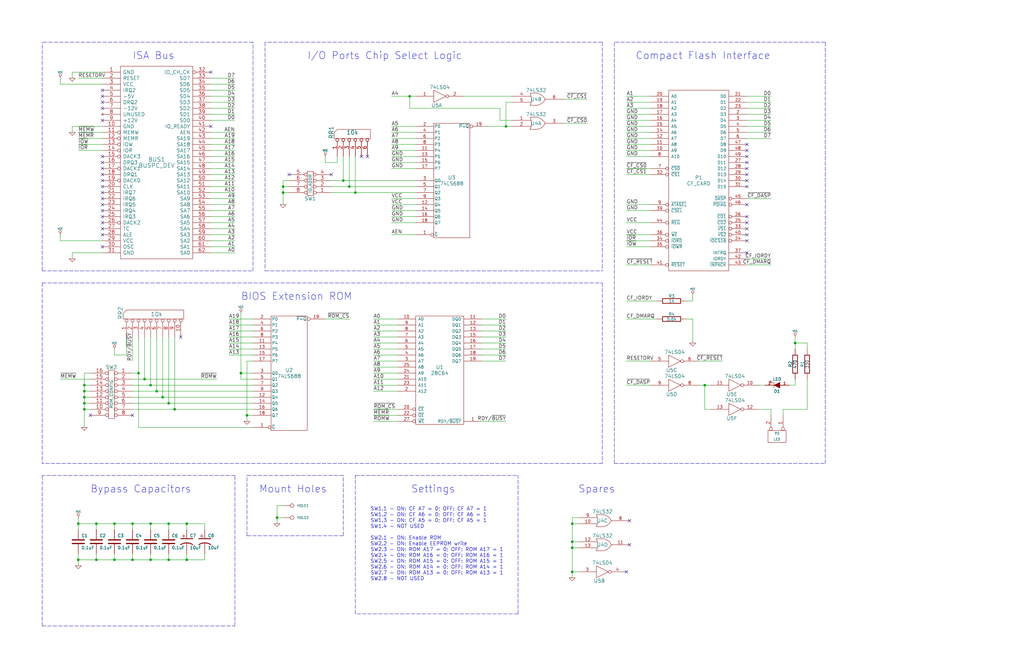
<source format=kicad_sch>
(kicad_sch (version 20230121) (generator eeschema)
  (paper "User" 431.8 279.4)
  (title_block (title "Sergey's XT (C) 2010 Sergey Kiselev, GNU Free Documentation License (GFDL)") (date "15 feb 2013"))
  (junction (at 63.5 162.56))
  (junction (at 68.58 167.64))
  (junction (at 58.42 157.48))
  (junction (at 241.3 231.14))
  (junction (at 78.74 220.98))
  (junction (at 73.66 172.72))
  (junction (at 213.36 53.34))
  (junction (at 48.26 236.22))
  (junction (at 335.28 144.78))
  (junction (at 35.56 167.64))
  (junction (at 101.6 157.48))
  (junction (at 55.88 236.22))
  (junction (at 297.18 162.56))
  (junction (at 116.84 218.44))
  (junction (at 147.32 78.74))
  (junction (at 55.88 220.98))
  (junction (at 144.78 76.2))
  (junction (at 35.56 170.18))
  (junction (at 71.12 220.98))
  (junction (at 40.64 220.98))
  (junction (at 71.12 170.18))
  (junction (at 63.5 220.98))
  (junction (at 40.64 236.22))
  (junction (at 60.96 160.02))
  (junction (at 78.74 236.22))
  (junction (at 35.56 165.1))
  (junction (at 71.12 236.22))
  (junction (at 149.86 81.28))
  (junction (at 119.38 81.28))
  (junction (at 33.02 220.98))
  (junction (at 119.38 78.74))
  (junction (at 104.14 175.26))
  (junction (at 48.26 220.98))
  (junction (at 63.5 236.22))
  (junction (at 35.56 162.56))
  (junction (at 241.3 228.6))
  (junction (at 241.3 241.3))
  (junction (at 66.04 165.1))
  (junction (at 241.3 220.98))
  (junction (at 33.02 236.22))
  (junction (at 172.72 40.64))
  (junction (at 35.56 172.72))
  (no_connect (at 43.18 91.44))
  (no_connect (at 43.18 104.14))
  (no_connect (at 152.4 66.04))
  (no_connect (at 314.96 76.2))
  (no_connect (at 314.96 78.74))
  (no_connect (at 43.18 78.74))
  (no_connect (at 43.18 96.52))
  (no_connect (at 43.18 38.1))
  (no_connect (at 43.18 40.64))
  (no_connect (at 43.18 71.12))
  (no_connect (at 43.18 83.82))
  (no_connect (at 43.18 93.98))
  (no_connect (at 43.18 86.36))
  (no_connect (at 154.94 66.04))
  (no_connect (at 43.18 50.8))
  (no_connect (at 43.18 43.18))
  (no_connect (at 43.18 45.72))
  (no_connect (at 314.96 71.12))
  (no_connect (at 43.18 68.58))
  (no_connect (at 43.18 73.66))
  (no_connect (at 38.1 175.26))
  (no_connect (at 314.96 96.52))
  (no_connect (at 314.96 63.5))
  (no_connect (at 314.96 73.66))
  (no_connect (at 314.96 106.68))
  (no_connect (at 314.96 101.6))
  (no_connect (at 43.18 76.2))
  (no_connect (at 314.96 99.06))
  (no_connect (at 264.16 241.3))
  (no_connect (at 265.43 219.71))
  (no_connect (at 139.7 73.66))
  (no_connect (at 265.43 229.87))
  (no_connect (at 43.18 66.04))
  (no_connect (at 314.96 68.58))
  (no_connect (at 314.96 60.96))
  (no_connect (at 314.96 91.44))
  (no_connect (at 314.96 86.36))
  (no_connect (at 43.18 88.9))
  (no_connect (at 55.88 175.26))
  (no_connect (at 88.9 30.48))
  (no_connect (at 43.18 81.28))
  (no_connect (at 121.92 73.66))
  (no_connect (at 314.96 66.04))
  (no_connect (at 88.9 53.34))
  (no_connect (at 314.96 93.98))
  (no_connect (at 43.18 99.06))
  (no_connect (at 76.2 142.24))
  (wire (pts (xy 292.1 127) (xy 289.56 127)))
  (wire (pts (xy 167.64 177.8) (xy 157.48 177.8)))
  (wire (pts (xy 264.16 111.76) (xy 274.32 111.76)))
  (wire (pts (xy 241.3 241.3) (xy 241.3 243.84)))
  (polyline (pts (xy 254 195.58) (xy 17.78 195.58)) (stroke (width 0) (type dash)))
  (wire (pts (xy 40.64 220.98) (xy 40.64 223.52)))
  (wire (pts (xy 274.32 63.5) (xy 264.16 63.5)))
  (wire (pts (xy 314.96 109.22) (xy 325.12 109.22)))
  (polyline (pts (xy 17.78 264.16) (xy 17.78 200.66)) (stroke (width 0) (type dash)))
  (polyline (pts (xy 17.78 119.38) (xy 17.78 195.58)) (stroke (width 0) (type dash)))
  (wire (pts (xy 274.32 58.42) (xy 264.16 58.42)))
  (wire (pts (xy 139.7 81.28) (xy 149.86 81.28)))
  (wire (pts (xy 99.06 55.88) (xy 88.9 55.88)))
  (wire (pts (xy 213.36 53.34) (xy 213.36 43.18)))
  (wire (pts (xy 142.24 68.58) (xy 137.16 68.58)))
  (wire (pts (xy 71.12 170.18) (xy 55.88 170.18)))
  (wire (pts (xy 213.36 53.34) (xy 215.9 53.34)))
  (wire (pts (xy 30.48 106.68) (xy 30.48 109.22)))
  (wire (pts (xy 167.64 165.1) (xy 157.48 165.1)))
  (wire (pts (xy 175.26 83.82) (xy 165.1 83.82)))
  (wire (pts (xy 274.32 73.66) (xy 264.16 73.66)))
  (wire (pts (xy 30.48 30.48) (xy 30.48 33.02)))
  (wire (pts (xy 55.88 220.98) (xy 55.88 223.52)))
  (wire (pts (xy 106.68 137.16) (xy 96.52 137.16)))
  (wire (pts (xy 68.58 142.24) (xy 68.58 167.64)))
  (wire (pts (xy 116.84 213.36) (xy 116.84 218.44)))
  (wire (pts (xy 335.28 144.78) (xy 335.28 147.32)))
  (wire (pts (xy 86.36 220.98) (xy 86.36 223.52)))
  (wire (pts (xy 144.78 76.2) (xy 175.26 76.2)))
  (wire (pts (xy 88.9 63.5) (xy 99.06 63.5)))
  (wire (pts (xy 88.9 35.56) (xy 99.06 35.56)))
  (wire (pts (xy 137.16 134.62) (xy 147.32 134.62)))
  (wire (pts (xy 175.26 93.98) (xy 165.1 93.98)))
  (wire (pts (xy 237.49 52.07) (xy 247.65 52.07)))
  (wire (pts (xy 43.18 58.42) (xy 33.02 58.42)))
  (wire (pts (xy 88.9 106.68) (xy 99.06 106.68)))
  (wire (pts (xy 203.2 152.4) (xy 213.36 152.4)))
  (wire (pts (xy 175.26 60.96) (xy 165.1 60.96)))
  (wire (pts (xy 88.9 33.02) (xy 99.06 33.02)))
  (wire (pts (xy 35.56 162.56) (xy 35.56 157.48)))
  (wire (pts (xy 71.12 142.24) (xy 71.12 170.18)))
  (wire (pts (xy 63.5 236.22) (xy 55.88 236.22)))
  (polyline (pts (xy 99.06 200.66) (xy 17.78 200.66)) (stroke (width 0) (type dash)))
  (wire (pts (xy 147.32 78.74) (xy 175.26 78.74)))
  (wire (pts (xy 106.68 142.24) (xy 96.52 142.24)))
  (wire (pts (xy 167.64 154.94) (xy 157.48 154.94)))
  (wire (pts (xy 149.86 81.28) (xy 175.26 81.28)))
  (wire (pts (xy 274.32 43.18) (xy 264.16 43.18)))
  (wire (pts (xy 88.9 88.9) (xy 99.06 88.9)))
  (wire (pts (xy 35.56 167.64) (xy 35.56 165.1)))
  (polyline (pts (xy 254 17.78) (xy 111.76 17.78)) (stroke (width 0) (type dash)))
  (wire (pts (xy 297.18 162.56) (xy 297.18 172.72)))
  (wire (pts (xy 314.96 50.8) (xy 325.12 50.8)))
  (wire (pts (xy 314.96 40.64) (xy 325.12 40.64)))
  (wire (pts (xy 33.02 238.76) (xy 33.02 236.22)))
  (wire (pts (xy 175.26 66.04) (xy 165.1 66.04)))
  (wire (pts (xy 167.64 160.02) (xy 157.48 160.02)))
  (wire (pts (xy 274.32 104.14) (xy 264.16 104.14)))
  (wire (pts (xy 144.78 66.04) (xy 144.78 76.2)))
  (wire (pts (xy 294.64 152.4) (xy 304.8 152.4)))
  (wire (pts (xy 88.9 101.6) (xy 99.06 101.6)))
  (wire (pts (xy 60.96 160.02) (xy 91.44 160.02)))
  (wire (pts (xy 35.56 167.64) (xy 38.1 167.64)))
  (wire (pts (xy 274.32 93.98) (xy 264.16 93.98)))
  (wire (pts (xy 73.66 172.72) (xy 55.88 172.72)))
  (wire (pts (xy 175.26 55.88) (xy 165.1 55.88)))
  (wire (pts (xy 48.26 149.86) (xy 48.26 147.32)))
  (wire (pts (xy 78.74 220.98) (xy 86.36 220.98)))
  (wire (pts (xy 106.68 149.86) (xy 96.52 149.86)))
  (wire (pts (xy 175.26 88.9) (xy 165.1 88.9)))
  (wire (pts (xy 172.72 40.64) (xy 165.1 40.64)))
  (wire (pts (xy 210.82 45.72) (xy 210.82 50.8)))
  (wire (pts (xy 116.84 218.44) (xy 116.84 220.98)))
  (wire (pts (xy 203.2 147.32) (xy 213.36 147.32)))
  (wire (pts (xy 53.34 149.86) (xy 48.26 149.86)))
  (polyline (pts (xy 111.76 114.3) (xy 254 114.3)) (stroke (width 0) (type dash)))
  (wire (pts (xy 40.64 236.22) (xy 33.02 236.22)))
  (wire (pts (xy 53.34 142.24) (xy 53.34 149.86)))
  (wire (pts (xy 119.38 213.36) (xy 116.84 213.36)))
  (wire (pts (xy 38.1 160.02) (xy 25.4 160.02)))
  (wire (pts (xy 43.18 30.48) (xy 30.48 30.48)))
  (wire (pts (xy 203.2 144.78) (xy 213.36 144.78)))
  (wire (pts (xy 58.42 180.34) (xy 106.68 180.34)))
  (wire (pts (xy 88.9 50.8) (xy 99.06 50.8)))
  (polyline (pts (xy 254 17.78) (xy 254 114.3)) (stroke (width 0) (type dash)))
  (wire (pts (xy 175.26 71.12) (xy 165.1 71.12)))
  (polyline (pts (xy 144.78 200.66) (xy 104.14 200.66)) (stroke (width 0) (type dash)))
  (wire (pts (xy 175.26 40.64) (xy 172.72 40.64)))
  (wire (pts (xy 203.2 134.62) (xy 213.36 134.62)))
  (polyline (pts (xy 254 119.38) (xy 254 195.58)) (stroke (width 0) (type dash)))
  (wire (pts (xy 106.68 134.62) (xy 96.52 134.62)))
  (wire (pts (xy 274.32 86.36) (xy 264.16 86.36)))
  (wire (pts (xy 243.84 231.14) (xy 241.3 231.14)))
  (wire (pts (xy 88.9 83.82) (xy 99.06 83.82)))
  (wire (pts (xy 314.96 53.34) (xy 325.12 53.34)))
  (wire (pts (xy 195.58 40.64) (xy 215.9 40.64)))
  (wire (pts (xy 78.74 223.52) (xy 78.74 220.98)))
  (wire (pts (xy 71.12 236.22) (xy 71.12 233.68)))
  (wire (pts (xy 43.18 55.88) (xy 33.02 55.88)))
  (wire (pts (xy 106.68 139.7) (xy 96.52 139.7)))
  (wire (pts (xy 335.28 160.02) (xy 335.28 162.56)))
  (wire (pts (xy 274.32 55.88) (xy 264.16 55.88)))
  (wire (pts (xy 88.9 71.12) (xy 99.06 71.12)))
  (wire (pts (xy 149.86 66.04) (xy 149.86 81.28)))
  (wire (pts (xy 340.36 172.72) (xy 340.36 160.02)))
  (wire (pts (xy 33.02 236.22) (xy 33.02 233.68)))
  (wire (pts (xy 35.56 165.1) (xy 35.56 162.56)))
  (wire (pts (xy 55.88 165.1) (xy 66.04 165.1)))
  (wire (pts (xy 274.32 48.26) (xy 264.16 48.26)))
  (wire (pts (xy 119.38 76.2) (xy 121.92 76.2)))
  (wire (pts (xy 119.38 81.28) (xy 119.38 78.74)))
  (wire (pts (xy 58.42 157.48) (xy 58.42 180.34)))
  (wire (pts (xy 25.4 35.56) (xy 43.18 35.56)))
  (wire (pts (xy 167.64 157.48) (xy 157.48 157.48)))
  (wire (pts (xy 335.28 162.56) (xy 332.74 162.56)))
  (wire (pts (xy 167.64 137.16) (xy 157.48 137.16)))
  (wire (pts (xy 119.38 86.36) (xy 119.38 81.28)))
  (wire (pts (xy 314.96 55.88) (xy 325.12 55.88)))
  (wire (pts (xy 147.32 66.04) (xy 147.32 78.74)))
  (wire (pts (xy 88.9 78.74) (xy 99.06 78.74)))
  (wire (pts (xy 86.36 236.22) (xy 78.74 236.22)))
  (wire (pts (xy 121.92 78.74) (xy 119.38 78.74)))
  (wire (pts (xy 78.74 236.22) (xy 78.74 233.68)))
  (wire (pts (xy 241.3 218.44) (xy 241.3 220.98)))
  (wire (pts (xy 35.56 157.48) (xy 38.1 157.48)))
  (wire (pts (xy 274.32 101.6) (xy 264.16 101.6)))
  (wire (pts (xy 167.64 149.86) (xy 157.48 149.86)))
  (wire (pts (xy 274.32 66.04) (xy 264.16 66.04)))
  (polyline (pts (xy 106.68 17.78) (xy 17.78 17.78)) (stroke (width 0) (type dash)))
  (wire (pts (xy 175.26 99.06) (xy 165.1 99.06)))
  (wire (pts (xy 274.32 152.4) (xy 264.16 152.4)))
  (wire (pts (xy 175.26 63.5) (xy 165.1 63.5)))
  (wire (pts (xy 88.9 99.06) (xy 99.06 99.06)))
  (wire (pts (xy 71.12 220.98) (xy 71.12 223.52)))
  (polyline (pts (xy 347.98 195.58) (xy 347.98 17.78)) (stroke (width 0) (type dash)))
  (polyline (pts (xy 104.14 226.06) (xy 104.14 200.66)) (stroke (width 0) (type dash)))
  (wire (pts (xy 55.88 162.56) (xy 63.5 162.56)))
  (wire (pts (xy 43.18 33.02) (xy 33.02 33.02)))
  (wire (pts (xy 167.64 144.78) (xy 157.48 144.78)))
  (wire (pts (xy 274.32 60.96) (xy 264.16 60.96)))
  (wire (pts (xy 314.96 58.42) (xy 325.12 58.42)))
  (wire (pts (xy 104.14 175.26) (xy 104.14 177.8)))
  (wire (pts (xy 38.1 165.1) (xy 35.56 165.1)))
  (wire (pts (xy 68.58 167.64) (xy 55.88 167.64)))
  (wire (pts (xy 33.02 223.52) (xy 33.02 220.98)))
  (polyline (pts (xy 259.08 195.58) (xy 259.08 17.78)) (stroke (width 0) (type dash)))
  (wire (pts (xy 167.64 152.4) (xy 157.48 152.4)))
  (polyline (pts (xy 144.78 226.06) (xy 144.78 200.66)) (stroke (width 0) (type dash)))
  (polyline (pts (xy 218.44 259.08) (xy 218.44 200.66)) (stroke (width 0) (type dash)))
  (wire (pts (xy 25.4 101.6) (xy 43.18 101.6)))
  (wire (pts (xy 104.14 152.4) (xy 104.14 175.26)))
  (wire (pts (xy 58.42 142.24) (xy 58.42 157.48)))
  (wire (pts (xy 88.9 73.66) (xy 99.06 73.66)))
  (wire (pts (xy 137.16 68.58) (xy 137.16 66.04)))
  (wire (pts (xy 276.86 127) (xy 264.16 127)))
  (wire (pts (xy 43.18 63.5) (xy 33.02 63.5)))
  (wire (pts (xy 86.36 233.68) (xy 86.36 236.22)))
  (wire (pts (xy 88.9 91.44) (xy 99.06 91.44)))
  (polyline (pts (xy 259.08 195.58) (xy 347.98 195.58)) (stroke (width 0) (type dash)))
  (wire (pts (xy 241.3 231.14) (xy 241.3 241.3)))
  (wire (pts (xy 63.5 142.24) (xy 63.5 162.56)))
  (wire (pts (xy 330.2 172.72) (xy 340.36 172.72)))
  (wire (pts (xy 175.26 91.44) (xy 165.1 91.44)))
  (wire (pts (xy 203.2 137.16) (xy 213.36 137.16)))
  (wire (pts (xy 63.5 236.22) (xy 63.5 233.68)))
  (wire (pts (xy 139.7 76.2) (xy 144.78 76.2)))
  (wire (pts (xy 335.28 142.24) (xy 335.28 144.78)))
  (wire (pts (xy 237.49 41.91) (xy 247.65 41.91)))
  (polyline (pts (xy 111.76 17.78) (xy 111.76 114.3)) (stroke (width 0) (type dash)))
  (wire (pts (xy 106.68 157.48) (xy 101.6 157.48)))
  (wire (pts (xy 55.88 236.22) (xy 55.88 233.68)))
  (wire (pts (xy 25.4 33.02) (xy 25.4 35.56)))
  (wire (pts (xy 119.38 218.44) (xy 116.84 218.44)))
  (polyline (pts (xy 347.98 17.78) (xy 259.08 17.78)) (stroke (width 0) (type dash)))
  (wire (pts (xy 299.72 162.56) (xy 297.18 162.56)))
  (wire (pts (xy 241.3 220.98) (xy 241.3 228.6)))
  (wire (pts (xy 274.32 99.06) (xy 264.16 99.06)))
  (wire (pts (xy 314.96 83.82) (xy 325.12 83.82)))
  (wire (pts (xy 35.56 180.34) (xy 35.56 172.72)))
  (wire (pts (xy 33.02 220.98) (xy 33.02 218.44)))
  (polyline (pts (xy 106.68 114.3) (xy 106.68 17.78)) (stroke (width 0) (type dash)))
  (wire (pts (xy 274.32 53.34) (xy 264.16 53.34)))
  (wire (pts (xy 101.6 157.48) (xy 101.6 160.02)))
  (wire (pts (xy 88.9 40.64) (xy 99.06 40.64)))
  (wire (pts (xy 314.96 111.76) (xy 325.12 111.76)))
  (wire (pts (xy 48.26 236.22) (xy 40.64 236.22)))
  (wire (pts (xy 274.32 88.9) (xy 264.16 88.9)))
  (wire (pts (xy 276.86 134.62) (xy 264.16 134.62)))
  (wire (pts (xy 101.6 160.02) (xy 106.68 160.02)))
  (wire (pts (xy 48.26 220.98) (xy 48.26 223.52)))
  (polyline (pts (xy 17.78 264.16) (xy 99.06 264.16)) (stroke (width 0) (type dash)))
  (wire (pts (xy 30.48 55.88) (xy 30.48 53.34)))
  (wire (pts (xy 274.32 71.12) (xy 264.16 71.12)))
  (wire (pts (xy 63.5 220.98) (xy 71.12 220.98)))
  (wire (pts (xy 88.9 38.1) (xy 99.06 38.1)))
  (wire (pts (xy 55.88 236.22) (xy 48.26 236.22)))
  (wire (pts (xy 88.9 58.42) (xy 99.06 58.42)))
  (wire (pts (xy 55.88 220.98) (xy 63.5 220.98)))
  (wire (pts (xy 330.2 172.72) (xy 330.2 175.26)))
  (wire (pts (xy 88.9 60.96) (xy 99.06 60.96)))
  (wire (pts (xy 48.26 220.98) (xy 55.88 220.98)))
  (wire (pts (xy 213.36 43.18) (xy 215.9 43.18)))
  (wire (pts (xy 60.96 142.24) (xy 60.96 160.02)))
  (wire (pts (xy 289.56 134.62) (xy 292.1 134.62)))
  (wire (pts (xy 48.26 236.22) (xy 48.26 233.68)))
  (wire (pts (xy 88.9 81.28) (xy 99.06 81.28)))
  (wire (pts (xy 203.2 177.8) (xy 213.36 177.8)))
  (wire (pts (xy 35.56 162.56) (xy 38.1 162.56)))
  (wire (pts (xy 101.6 132.08) (xy 101.6 157.48)))
  (wire (pts (xy 175.26 58.42) (xy 165.1 58.42)))
  (wire (pts (xy 35.56 170.18) (xy 35.56 167.64)))
  (wire (pts (xy 119.38 78.74) (xy 119.38 76.2)))
  (polyline (pts (xy 218.44 259.08) (xy 149.86 259.08)) (stroke (width 0) (type dash)))
  (wire (pts (xy 203.2 139.7) (xy 213.36 139.7)))
  (wire (pts (xy 292.1 124.46) (xy 292.1 127)))
  (wire (pts (xy 106.68 152.4) (xy 104.14 152.4)))
  (wire (pts (xy 167.64 147.32) (xy 157.48 147.32)))
  (wire (pts (xy 167.64 172.72) (xy 157.48 172.72)))
  (wire (pts (xy 175.26 68.58) (xy 165.1 68.58)))
  (wire (pts (xy 106.68 172.72) (xy 73.66 172.72)))
  (wire (pts (xy 121.92 81.28) (xy 119.38 81.28)))
  (wire (pts (xy 274.32 45.72) (xy 264.16 45.72)))
  (wire (pts (xy 71.12 220.98) (xy 78.74 220.98)))
  (wire (pts (xy 96.52 147.32) (xy 106.68 147.32)))
  (wire (pts (xy 167.64 162.56) (xy 157.48 162.56)))
  (wire (pts (xy 241.3 228.6) (xy 243.84 228.6)))
  (wire (pts (xy 142.24 66.04) (xy 142.24 68.58)))
  (wire (pts (xy 88.9 66.04) (xy 99.06 66.04)))
  (wire (pts (xy 33.02 220.98) (xy 40.64 220.98)))
  (wire (pts (xy 172.72 40.64) (xy 172.72 45.72)))
  (wire (pts (xy 175.26 53.34) (xy 165.1 53.34)))
  (wire (pts (xy 43.18 60.96) (xy 33.02 60.96)))
  (wire (pts (xy 40.64 220.98) (xy 48.26 220.98)))
  (wire (pts (xy 55.88 142.24) (xy 55.88 152.4)))
  (wire (pts (xy 55.88 157.48) (xy 58.42 157.48)))
  (wire (pts (xy 167.64 139.7) (xy 157.48 139.7)))
  (wire (pts (xy 88.9 76.2) (xy 99.06 76.2)))
  (wire (pts (xy 274.32 40.64) (xy 264.16 40.64)))
  (wire (pts (xy 335.28 144.78) (xy 340.36 144.78)))
  (wire (pts (xy 325.12 172.72) (xy 320.04 172.72)))
  (wire (pts (xy 172.72 45.72) (xy 210.82 45.72)))
  (polyline (pts (xy 149.86 200.66) (xy 218.44 200.66)) (stroke (width 0) (type dash)))
  (wire (pts (xy 210.82 50.8) (xy 215.9 50.8)))
  (wire (pts (xy 88.9 96.52) (xy 99.06 96.52)))
  (wire (pts (xy 340.36 144.78) (xy 340.36 147.32)))
  (polyline (pts (xy 99.06 264.16) (xy 99.06 200.66)) (stroke (width 0) (type dash)))
  (polyline (pts (xy 17.78 119.38) (xy 254 119.38)) (stroke (width 0) (type dash)))
  (wire (pts (xy 25.4 99.06) (xy 25.4 101.6)))
  (polyline (pts (xy 17.78 114.3) (xy 106.68 114.3)) (stroke (width 0) (type dash)))
  (wire (pts (xy 297.18 162.56) (xy 294.64 162.56)))
  (wire (pts (xy 320.04 162.56) (xy 322.58 162.56)))
  (wire (pts (xy 167.64 134.62) (xy 157.48 134.62)))
  (wire (pts (xy 297.18 172.72) (xy 299.72 172.72)))
  (wire (pts (xy 325.12 175.26) (xy 325.12 172.72)))
  (wire (pts (xy 139.7 78.74) (xy 147.32 78.74)))
  (wire (pts (xy 63.5 220.98) (xy 63.5 223.52)))
  (wire (pts (xy 63.5 162.56) (xy 106.68 162.56)))
  (wire (pts (xy 167.64 142.24) (xy 157.48 142.24)))
  (wire (pts (xy 106.68 175.26) (xy 104.14 175.26)))
  (wire (pts (xy 88.9 48.26) (xy 99.06 48.26)))
  (wire (pts (xy 66.04 142.24) (xy 66.04 165.1)))
  (wire (pts (xy 88.9 45.72) (xy 99.06 45.72)))
  (wire (pts (xy 35.56 170.18) (xy 38.1 170.18)))
  (wire (pts (xy 106.68 170.18) (xy 71.12 170.18)))
  (wire (pts (xy 175.26 86.36) (xy 165.1 86.36)))
  (wire (pts (xy 314.96 45.72) (xy 325.12 45.72)))
  (wire (pts (xy 40.64 233.68) (xy 40.64 236.22)))
  (wire (pts (xy 243.84 218.44) (xy 241.3 218.44)))
  (wire (pts (xy 73.66 142.24) (xy 73.66 172.72)))
  (wire (pts (xy 203.2 149.86) (xy 213.36 149.86)))
  (wire (pts (xy 55.88 160.02) (xy 60.96 160.02)))
  (wire (pts (xy 203.2 142.24) (xy 213.36 142.24)))
  (wire (pts (xy 88.9 104.14) (xy 99.06 104.14)))
  (wire (pts (xy 274.32 50.8) (xy 264.16 50.8)))
  (polyline (pts (xy 149.86 259.08) (xy 149.86 200.66)) (stroke (width 0) (type dash)))
  (wire (pts (xy 314.96 43.18) (xy 325.12 43.18)))
  (wire (pts (xy 35.56 172.72) (xy 38.1 172.72)))
  (wire (pts (xy 35.56 172.72) (xy 35.56 170.18)))
  (wire (pts (xy 314.96 48.26) (xy 325.12 48.26)))
  (wire (pts (xy 106.68 167.64) (xy 68.58 167.64)))
  (polyline (pts (xy 17.78 114.3) (xy 17.78 17.78)) (stroke (width 0) (type dash)))
  (wire (pts (xy 106.68 144.78) (xy 96.52 144.78)))
  (wire (pts (xy 71.12 236.22) (xy 63.5 236.22)))
  (wire (pts (xy 43.18 106.68) (xy 30.48 106.68)))
  (wire (pts (xy 30.48 53.34) (xy 43.18 53.34)))
  (wire (pts (xy 264.16 162.56) (xy 274.32 162.56)))
  (polyline (pts (xy 104.14 226.06) (xy 144.78 226.06)) (stroke (width 0) (type dash)))
  (wire (pts (xy 88.9 68.58) (xy 99.06 68.58)))
  (wire (pts (xy 78.74 236.22) (xy 71.12 236.22)))
  (wire (pts (xy 205.74 53.34) (xy 213.36 53.34)))
  (wire (pts (xy 292.1 134.62) (xy 292.1 144.78)))
  (wire (pts (xy 167.64 175.26) (xy 157.48 175.26)))
  (wire (pts (xy 241.3 228.6) (xy 241.3 231.14)))
  (wire (pts (xy 241.3 241.3) (xy 243.84 241.3)))
  (wire (pts (xy 241.3 220.98) (xy 243.84 220.98)))
  (wire (pts (xy 66.04 165.1) (xy 106.68 165.1)))
  (wire (pts (xy 88.9 86.36) (xy 99.06 86.36)))
  (wire (pts (xy 88.9 93.98) (xy 99.06 93.98)))
  (wire (pts (xy 88.9 43.18) (xy 99.06 43.18)))
  (text "SW1.1 - ON: CF A7 = 0; OFF: CF A7 = 1\nSW1.2 - ON: CF A6 = 0; OFF: CF A6 = 1 \nSW1.3 - ON: CF A5 = 0; OFF: CF A5 = 1\nSW1.4 - NOT USED\n\nSW2.1 - ON: Enable ROM\nSW2.2 - ON: Enable EEPROM write\nSW2.3 - ON: ROM A17 = 0; OFF: ROM A17 = 1\nSW2.4 - ON: ROM A16 = 0; OFF: ROM A16 = 1\nSW2.5 - ON: ROM A15 = 0; OFF: ROM A15 = 1\nSW2.6 - ON: ROM A14 = 0; OFF: ROM A14 = 1\nSW2.7 - ON: ROM A13 = 0; OFF: ROM A13 = 1\nSW2.8 - NOT USED\n\n" (at 156.21 247.65 0) (effects (font (size 1.524 1.524)) (justify left bottom)))
  (text "Bypass Capacitors" (at 38.1 208.28 0) (effects (font (size 3.048 3.048)) (justify left bottom)))
  (text "ISA Bus" (at 55.88 25.4 0) (effects (font (size 3.048 3.048)) (justify left bottom)))
  (text "Mount Holes" (at 109.22 208.28 0) (effects (font (size 3.048 3.048)) (justify left bottom)))
  (text "BIOS Extension ROM" (at 101.6 127 0) (effects (font (size 3.048 3.048)) (justify left bottom)))
  (text "I/O Ports Chip Select Logic" (at 129.54 25.4 0) (effects (font (size 3.048 3.048)) (justify left bottom)))
  (text "Compact Flash Interface" (at 267.97 25.4 0) (effects (font (size 3.048 3.048)) (justify left bottom)))
  (text "Spares" (at 243.84 208.28 0) (effects (font (size 3.048 3.048)) (justify left bottom)))
  (text "Settings" (at 173.355 208.28 0) (effects (font (size 3.048 3.048)) (justify left bottom)))
  (label "~{IOR}" (at 33.02 63.5 0) (effects (font (size 1.524 1.524))))
  (label "VCC" (at 264.16 99.06 0) (effects (font (size 1.524 1.524))))
  (label "A16" (at 99.06 66.04 180) (effects (font (size 1.524 1.524))))
  (label "A19" (at 99.06 58.42 180) (effects (font (size 1.524 1.524))))
  (label "~{MEMW}" (at 33.02 55.88 0) (effects (font (size 1.524 1.524))))
  (label "A4" (at 99.06 96.52 180) (effects (font (size 1.524 1.524))))
  (label "~{ROMW}" (at 91.44 160.02 180) (effects (font (size 1.524 1.524))))
  (label "GND" (at 165.1 88.9 0) (effects (font (size 1.524 1.524))))
  (label "CF_IORDY" (at 264.16 127 0) (effects (font (size 1.524 1.524))))
  (label "~{ROMW}" (at 157.48 177.8 0) (effects (font (size 1.524 1.524))))
  (label "A16" (at 96.52 142.24 0) (effects (font (size 1.524 1.524))))
  (label "GND" (at 165.1 66.04 0) (effects (font (size 1.524 1.524))))
  (label "A19" (at 96.52 134.62 0) (effects (font (size 1.524 1.524))))
  (label "D6" (at 99.06 35.56 180) (effects (font (size 1.524 1.524))))
  (label "AEN" (at 165.1 99.06 0) (effects (font (size 1.524 1.524))))
  (label "~{IOW}" (at 33.02 60.96 0) (effects (font (size 1.524 1.524))))
  (label "GND" (at 264.16 48.26 0) (effects (font (size 1.524 1.524))))
  (label "RESETDRV" (at 264.16 152.4 0) (effects (font (size 1.524 1.524))))
  (label "A10" (at 99.06 81.28 180) (effects (font (size 1.524 1.524))))
  (label "A6" (at 165.1 55.88 0) (effects (font (size 1.524 1.524))))
  (label "A11" (at 99.06 78.74 180) (effects (font (size 1.524 1.524))))
  (label "D3" (at 213.36 142.24 180) (effects (font (size 1.524 1.524))))
  (label "~{CF_RESET}" (at 264.16 111.76 0) (effects (font (size 1.524 1.524))))
  (label "~{IOR}" (at 264.16 101.6 0) (effects (font (size 1.524 1.524))))
  (label "A14" (at 96.52 147.32 0) (effects (font (size 1.524 1.524))))
  (label "D3" (at 99.06 43.18 180) (effects (font (size 1.524 1.524))))
  (label "D7" (at 213.36 152.4 180) (effects (font (size 1.524 1.524))))
  (label "D5" (at 325.12 53.34 180) (effects (font (size 1.524 1.524))))
  (label "A9" (at 157.48 157.48 0) (effects (font (size 1.524 1.524))))
  (label "GND" (at 264.16 55.88 0) (effects (font (size 1.524 1.524))))
  (label "A17" (at 96.52 139.7 0) (effects (font (size 1.524 1.524))))
  (label "VCC" (at 264.16 93.98 0) (effects (font (size 1.524 1.524))))
  (label "A1" (at 157.48 137.16 0) (effects (font (size 1.524 1.524))))
  (label "~{CF_CS0}" (at 247.65 52.07 180) (effects (font (size 1.524 1.524))))
  (label "A7" (at 165.1 58.42 0) (effects (font (size 1.524 1.524))))
  (label "A14" (at 99.06 71.12 180) (effects (font (size 1.524 1.524))))
  (label "A4" (at 157.48 144.78 0) (effects (font (size 1.524 1.524))))
  (label "D1" (at 99.06 48.26 180) (effects (font (size 1.524 1.524))))
  (label "A0" (at 157.48 134.62 0) (effects (font (size 1.524 1.524))))
  (label "A17" (at 99.06 63.5 180) (effects (font (size 1.524 1.524))))
  (label "A8" (at 99.06 86.36 180) (effects (font (size 1.524 1.524))))
  (label "A5" (at 99.06 93.98 180) (effects (font (size 1.524 1.524))))
  (label "GND" (at 165.1 68.58 0) (effects (font (size 1.524 1.524))))
  (label "GND" (at 165.1 71.12 0) (effects (font (size 1.524 1.524))))
  (label "A10" (at 157.48 160.02 0) (effects (font (size 1.524 1.524))))
  (label "A4" (at 165.1 40.64 0) (effects (font (size 1.524 1.524))))
  (label "D7" (at 99.06 33.02 180) (effects (font (size 1.524 1.524))))
  (label "D7" (at 325.12 58.42 180) (effects (font (size 1.524 1.524))))
  (label "A12" (at 157.48 165.1 0) (effects (font (size 1.524 1.524))))
  (label "GND" (at 264.16 53.34 0) (effects (font (size 1.524 1.524))))
  (label "A2" (at 264.16 43.18 0) (effects (font (size 1.524 1.524))))
  (label "A3" (at 157.48 142.24 0) (effects (font (size 1.524 1.524))))
  (label "CF_DMARQ" (at 264.16 134.62 0) (effects (font (size 1.524 1.524))))
  (label "D4" (at 99.06 40.64 180) (effects (font (size 1.524 1.524))))
  (label "CF_IORDY" (at 325.12 109.22 180) (effects (font (size 1.524 1.524))))
  (label "GND" (at 264.16 50.8 0) (effects (font (size 1.524 1.524))))
  (label "RDY/~{BUSY}" (at 55.88 152.4 90) (effects (font (size 1.524 1.524))))
  (label "CF_DMARQ" (at 325.12 111.76 180) (effects (font (size 1.524 1.524))))
  (label "GND" (at 264.16 66.04 0) (effects (font (size 1.524 1.524))))
  (label "D4" (at 325.12 50.8 180) (effects (font (size 1.524 1.524))))
  (label "VCC" (at 165.1 86.36 0) (effects (font (size 1.524 1.524))))
  (label "D6" (at 325.12 55.88 180) (effects (font (size 1.524 1.524))))
  (label "RDY/~{BUSY}" (at 213.36 177.8 180) (effects (font (size 1.524 1.524))))
  (label "A11" (at 157.48 162.56 0) (effects (font (size 1.524 1.524))))
  (label "A8" (at 157.48 154.94 0) (effects (font (size 1.524 1.524))))
  (label "~{CF_CS1}" (at 264.16 73.66 0) (effects (font (size 1.524 1.524))))
  (label "GND" (at 165.1 91.44 0) (effects (font (size 1.524 1.524))))
  (label "GND" (at 264.16 86.36 0) (effects (font (size 1.524 1.524))))
  (label "A9" (at 165.1 63.5 0) (effects (font (size 1.524 1.524))))
  (label "~{MEMR}" (at 157.48 175.26 0) (effects (font (size 1.524 1.524))))
  (label "A3" (at 99.06 99.06 180) (effects (font (size 1.524 1.524))))
  (label "A15" (at 99.06 68.58 180) (effects (font (size 1.524 1.524))))
  (label "RESETDRV" (at 33.02 33.02 0) (effects (font (size 1.524 1.524))))
  (label "A15" (at 96.52 144.78 0) (effects (font (size 1.524 1.524))))
  (label "A2" (at 157.48 139.7 0) (effects (font (size 1.524 1.524))))
  (label "A7" (at 99.06 88.9 180) (effects (font (size 1.524 1.524))))
  (label "A1" (at 264.16 40.64 0) (effects (font (size 1.524 1.524))))
  (label "D0" (at 213.36 134.62 180) (effects (font (size 1.524 1.524))))
  (label "A3" (at 264.16 45.72 0) (effects (font (size 1.524 1.524))))
  (label "D1" (at 325.12 43.18 180) (effects (font (size 1.524 1.524))))
  (label "A12" (at 99.06 76.2 180) (effects (font (size 1.524 1.524))))
  (label "GND" (at 264.16 88.9 0) (effects (font (size 1.524 1.524))))
  (label "A18" (at 96.52 137.16 0) (effects (font (size 1.524 1.524))))
  (label "AEN" (at 99.06 55.88 180) (effects (font (size 1.524 1.524))))
  (label "~{ROM_CS}" (at 157.48 172.72 0) (effects (font (size 1.524 1.524))))
  (label "D0" (at 99.06 50.8 180) (effects (font (size 1.524 1.524))))
  (label "GND" (at 264.16 58.42 0) (effects (font (size 1.524 1.524))))
  (label "GND" (at 165.1 93.98 0) (effects (font (size 1.524 1.524))))
  (label "A13" (at 96.52 149.86 0) (effects (font (size 1.524 1.524))))
  (label "D4" (at 213.36 144.78 180) (effects (font (size 1.524 1.524))))
  (label "A1" (at 99.06 104.14 180) (effects (font (size 1.524 1.524))))
  (label "~{IOW}" (at 264.16 104.14 0) (effects (font (size 1.524 1.524))))
  (label "D5" (at 99.06 38.1 180) (effects (font (size 1.524 1.524))))
  (label "~{CF_DASP}" (at 325.12 83.82 180) (effects (font (size 1.524 1.524))))
  (label "~{MEMR}" (at 33.02 58.42 0) (effects (font (size 1.524 1.524))))
  (label "VCC" (at 165.1 83.82 0) (effects (font (size 1.524 1.524))))
  (label "D5" (at 213.36 147.32 180) (effects (font (size 1.524 1.524))))
  (label "A18" (at 99.06 60.96 180) (effects (font (size 1.524 1.524))))
  (label "A8" (at 165.1 60.96 0) (effects (font (size 1.524 1.524))))
  (label "D6" (at 213.36 149.86 180) (effects (font (size 1.524 1.524))))
  (label "A5" (at 157.48 147.32 0) (effects (font (size 1.524 1.524))))
  (label "~{CF_CS1}" (at 247.65 41.91 180) (effects (font (size 1.524 1.524))))
  (label "D1" (at 213.36 137.16 180) (effects (font (size 1.524 1.524))))
  (label "D2" (at 213.36 139.7 180) (effects (font (size 1.524 1.524))))
  (label "A13" (at 99.06 73.66 180) (effects (font (size 1.524 1.524))))
  (label "GND" (at 264.16 63.5 0) (effects (font (size 1.524 1.524))))
  (label "A6" (at 157.48 149.86 0) (effects (font (size 1.524 1.524))))
  (label "D2" (at 99.06 45.72 180) (effects (font (size 1.524 1.524))))
  (label "A6" (at 99.06 91.44 180) (effects (font (size 1.524 1.524))))
  (label "~{ROM_CS}" (at 147.32 134.62 180) (effects (font (size 1.524 1.524))))
  (label "~{CF_CS0}" (at 264.16 71.12 0) (effects (font (size 1.524 1.524))))
  (label "A9" (at 99.06 83.82 180) (effects (font (size 1.524 1.524))))
  (label "A5" (at 165.1 53.34 0) (effects (font (size 1.524 1.524))))
  (label "A0" (at 99.06 106.68 180) (effects (font (size 1.524 1.524))))
  (label "A7" (at 157.48 152.4 0) (effects (font (size 1.524 1.524))))
  (label "D2" (at 325.12 45.72 180) (effects (font (size 1.524 1.524))))
  (label "A2" (at 99.06 101.6 180) (effects (font (size 1.524 1.524))))
  (label "~{MEMW}" (at 25.4 160.02 0) (effects (font (size 1.524 1.524))))
  (label "D3" (at 325.12 48.26 180) (effects (font (size 1.524 1.524))))
  (label "~{CF_DASP}" (at 264.16 162.56 0) (effects (font (size 1.524 1.524))))
  (label "D0" (at 325.12 40.64 180) (effects (font (size 1.524 1.524))))
  (label "~{CF_RESET}" (at 304.8 152.4 180) (effects (font (size 1.524 1.524))))
  (label "GND" (at 264.16 60.96 0) (effects (font (size 1.524 1.524))))
  (symbol (lib_id "xt_cf_ide:C") (at 63.5 228.6 0) (unit 1)
    (property "Reference" "C5" (at 64.77 226.06 0) (effects (justify left)))
    (property "Value" "0.1uF" (at 64.77 231.14 0) (effects (justify left)))
    (property "Footprint" "Capacitor_THT:C_Disc_D7.0mm_W2.5mm_P5.00mm" (effects hide))
  )
  (symbol (lib_id "xt_cf_ide:C") (at 55.88 228.6 0) (unit 1)
    (property "Reference" "C4" (at 57.15 226.06 0) (effects (justify left)))
    (property "Value" "0.1uF" (at 57.15 231.14 0) (effects (justify left)))
    (property "Footprint" "Capacitor_THT:C_Disc_D7.0mm_W2.5mm_P5.00mm" (effects hide))
  )
  (symbol (lib_id "xt_cf_ide:C") (at 48.26 228.6 0) (unit 1)
    (property "Reference" "C3" (at 49.53 226.06 0) (effects (justify left)))
    (property "Value" "0.1uF" (at 49.53 231.14 0) (effects (justify left)))
    (property "Footprint" "Capacitor_THT:C_Disc_D7.0mm_W2.5mm_P5.00mm" (effects hide))
  )
  (symbol (lib_id "xt_cf_ide:C") (at 40.64 228.6 0) (unit 1)
    (property "Reference" "C2" (at 41.91 226.06 0) (effects (justify left)))
    (property "Value" "0.1uF" (at 41.91 231.14 0) (effects (justify left)))
    (property "Footprint" "Capacitor_THT:C_Disc_D7.0mm_W2.5mm_P5.00mm" (effects hide))
  )
  (symbol (lib_id "xt_cf_ide:C") (at 33.02 228.6 0) (unit 1)
    (property "Reference" "C1" (at 34.29 226.06 0) (effects (justify left)))
    (property "Value" "0.1uF" (at 34.29 231.14 0) (effects (justify left)))
    (property "Footprint" "Capacitor_THT:C_Disc_D7.0mm_W2.5mm_P5.00mm" (effects hide))
  )
  (symbol (lib_id "xt_cf_ide:C") (at 71.12 228.6 0) (unit 1)
    (property "Reference" "C6" (at 72.39 226.06 0) (effects (justify left)))
    (property "Value" "0.1uF" (at 72.39 231.14 0) (effects (justify left)))
    (property "Footprint" "Capacitor_THT:C_Disc_D7.0mm_W2.5mm_P5.00mm" (effects hide))
  )
  (symbol (lib_id "xt_cf_ide:CP1") (at 78.74 228.6 0) (unit 1)
    (property "Reference" "C7" (at 80.01 226.06 0) (effects (justify left)))
    (property "Value" "10uF" (at 80.01 231.14 0) (effects (justify left)))
    (property "Footprint" "Capacitor_THT:CP_Radial_D8.0mm_P5.00mm" (effects hide))
  )
  (symbol (lib_id "xt_cf_ide:VCC") (at 25.4 33.02 0) (unit 1)
    (property "Reference" "#PWR018" (effects hide))
    (property "Value" "VCC" (at 25.4 30.48 0) (effects (font (size 0.762 0.762))))
  )
  (symbol (lib_id "xt_cf_ide:GND") (at 30.48 33.02 0) (unit 1)
    (property "Reference" "#PWR017" (effects hide))
    (property "Value" "GND" (effects hide))
  )
  (symbol (lib_id "xt_cf_ide:CP1") (at 86.36 228.6 0) (unit 1)
    (property "Reference" "C8" (at 87.63 226.06 0) (effects (justify left)))
    (property "Value" "10uF" (at 87.63 231.14 0) (effects (justify left)))
    (property "Footprint" "Capacitor_THT:CP_Radial_D8.0mm_P5.00mm" (effects hide))
  )
  (symbol (lib_id "xt_cf_ide:GND") (at 30.48 109.22 0) (unit 1)
    (property "Reference" "#PWR016" (effects hide))
    (property "Value" "GND" (effects hide))
  )
  (symbol (lib_id "xt_cf_ide:VCC") (at 25.4 99.06 0) (unit 1)
    (property "Reference" "#PWR015" (effects hide))
    (property "Value" "VCC" (at 25.4 96.52 0) (effects (font (size 0.762 0.762))))
  )
  (symbol (lib_id "xt_cf_ide:GND") (at 30.48 55.88 0) (unit 1)
    (property "Reference" "#PWR014" (effects hide))
    (property "Value" "GND" (effects hide))
  )
  (symbol (lib_id "xt_cf_ide:GND") (at 116.84 220.98 0) (unit 1)
    (property "Reference" "#PWR013" (effects hide))
    (property "Value" "GND" (effects hide))
  )
  (symbol (lib_id "xt_cf_ide:CONN_1") (at 123.19 213.36 0) (unit 1)
    (property "Reference" "HOLE1" (at 125.222 213.36 0) (effects (font (size 1.016 1.016)) (justify left)))
    (property "Value" "CONN_1" (effects hide))
    (property "Footprint" "xtcfide:HOLE_3MM" (effects hide))
  )
  (symbol (lib_id "xt_cf_ide:CONN_1") (at 123.19 218.44 0) (unit 1)
    (property "Reference" "HOLE2" (at 125.222 218.44 0) (effects (font (size 1.016 1.016)) (justify left)))
    (property "Value" "CONN_1" (effects hide))
    (property "Footprint" "xtcfide:HOLE_3MM" (effects hide))
  )
  (symbol (lib_id "xt_cf_ide:BUSPC_DEV") (at 66.04 68.58 0) (unit 1)
    (property "Reference" "BUS1" (at 66.04 67.31 0) (effects (font (size 1.778 1.778))))
    (property "Value" "BUSPC_DEV" (at 66.04 69.85 0) (effects (font (size 1.778 1.778))))
    (property "Footprint" "xtcfide:Conn_Bus_ISA8" (effects hide))
  )
  (symbol (lib_id "xt_cf_ide:74LS688") (at 121.92 157.48 0) (unit 1)
    (property "Reference" "U2" (at 121.92 156.21 0) (effects (font (size 1.524 1.524))))
    (property "Value" "74LS688" (at 121.92 158.75 0) (effects (font (size 1.524 1.524))))
    (property "Footprint" "Package_DIP:DIP-20_W7.62mm" (effects hide))
  )
  (symbol (lib_id "xt_cf_ide:DIL16") (at 46.99 166.37 0) (mirror y) (unit 1)
    (property "Reference" "SW2" (at 46.99 154.94 0) (effects (font (size 1.524 1.524))))
    (property "Value" "ROM_CONFIG" (at 46.99 166.37 90))
    (property "Footprint" "xtcfide:DIP16_300" (effects hide))
  )
  (symbol (lib_id "xt_cf_ide:VCC") (at 101.6 132.08 0) (unit 1)
    (property "Reference" "#PWR012" (effects hide))
    (property "Value" "VCC" (at 101.6 129.54 0) (effects (font (size 0.762 0.762))))
  )
  (symbol (lib_id "xt_cf_ide:RR9") (at 66.04 133.35 90) (unit 1)
    (property "Reference" "RR2" (at 50.8 132.08 0) (effects (font (size 1.778 1.778))))
    (property "Value" "10k" (at 66.04 132.588 90) (effects (font (size 1.778 1.778))))
    (property "Footprint" "xtcfide:SIL-10" (effects hide))
  )
  (symbol (lib_id "xt_cf_ide:GND") (at 35.56 180.34 0) (unit 1)
    (property "Reference" "#PWR011" (effects hide))
    (property "Value" "GND" (effects hide))
  )
  (symbol (lib_id "xt_cf_ide:VCC") (at 48.26 147.32 0) (unit 1)
    (property "Reference" "#PWR010" (effects hide))
    (property "Value" "VCC" (at 48.26 144.78 0) (effects (font (size 0.762 0.762))))
  )
  (symbol (lib_id "xt_cf_ide:GND") (at 104.14 177.8 0) (unit 1)
    (property "Reference" "#PWR09" (effects hide))
    (property "Value" "GND" (effects hide))
  )
  (symbol (lib_id "xt_cf_ide:GND") (at 33.02 238.76 0) (unit 1)
    (property "Reference" "#PWR08" (effects hide))
    (property "Value" "GND" (effects hide))
  )
  (symbol (lib_id "xt_cf_ide:VCC") (at 33.02 218.44 0) (unit 1)
    (property "Reference" "#PWR07" (effects hide))
    (property "Value" "VCC" (at 33.02 215.9 0) (effects (font (size 0.762 0.762))))
  )
  (symbol (lib_id "xt_cf_ide:28C64") (at 185.42 156.21 0) (unit 1)
    (property "Reference" "U1" (at 185.42 154.94 0) (effects (font (size 1.524 1.524))))
    (property "Value" "28C64" (at 185.42 157.48 0) (effects (font (size 1.524 1.524))))
    (property "Footprint" "Package_DIP:DIP-28_W15.24mm" (effects hide))
  )
  (symbol (lib_id "xt_cf_ide:CF_CARD") (at 294.64 76.2 0) (unit 1)
    (property "Reference" "P1" (at 294.64 74.93 0) (effects (font (size 1.524 1.524))))
    (property "Value" "CF_CARD" (at 294.64 77.47 0) (effects (font (size 1.524 1.524))))
    (property "Footprint" "xtcfide:CF_N7E50-Q516XX-40" (effects hide))
  )
  (symbol (lib_id "xt_cf_ide:74LS688") (at 190.5 76.2 0) (unit 1)
    (property "Reference" "U3" (at 190.5 74.93 0) (effects (font (size 1.524 1.524))))
    (property "Value" "74LS688" (at 190.5 77.47 0) (effects (font (size 1.524 1.524))))
    (property "Footprint" "Package_DIP:DIP-20_W7.62mm" (effects hide))
  )
  (symbol (lib_id "xt_cf_ide:74LS32") (at 226.06 52.07 0) (unit 1)
    (property "Reference" "U4" (at 226.06 52.07 0) (effects (font (size 1.524 1.524))))
    (property "Value" "74LS32" (at 226.06 48.26 0) (effects (font (size 1.524 1.524))))
    (property "Footprint" "Package_DIP:DIP-14_W7.62mm" (effects hide))
  )
  (symbol (lib_id "xt_cf_ide:74LS32") (at 226.06 41.91 0) (unit 2)
    (property "Reference" "U4" (at 226.06 41.91 0) (effects (font (size 1.524 1.524))))
    (property "Value" "74LS32" (at 226.06 38.1 0) (effects (font (size 1.524 1.524))))
    (property "Footprint" "Package_DIP:DIP-14_W7.62mm" (effects hide))
  )
  (symbol (lib_id "xt_cf_ide:74LS32") (at 254 219.71 0) (unit 3)
    (property "Reference" "U4" (at 254 219.71 0) (effects (font (size 1.524 1.524))))
    (property "Value" "74LS32" (at 254 215.9 0) (effects (font (size 1.524 1.524))))
    (property "Footprint" "Package_DIP:DIP-14_W7.62mm" (effects hide))
  )
  (symbol (lib_id "xt_cf_ide:74LS32") (at 254 229.87 0) (unit 4)
    (property "Reference" "U4" (at 254 229.87 0) (effects (font (size 1.524 1.524))))
    (property "Value" "74LS32" (at 254 226.06 0) (effects (font (size 1.524 1.524))))
    (property "Footprint" "Package_DIP:DIP-14_W7.62mm" (effects hide))
  )
  (symbol (lib_id "xt_cf_ide:74LS04") (at 284.48 162.56 0) (unit 4)
    (property "Reference" "U5" (at 283.21 166.37 0) (effects (font (size 1.524 1.524))))
    (property "Value" "74LS04" (at 284.48 158.75 0) (effects (font (size 1.524 1.524))))
    (property "Footprint" "Package_DIP:DIP-14_W7.62mm" (effects hide))
  )
  (symbol (lib_id "xt_cf_ide:74LS04") (at 309.88 162.56 0) (unit 5)
    (property "Reference" "U5" (at 308.61 166.37 0) (effects (font (size 1.524 1.524))))
    (property "Value" "74LS04" (at 309.88 158.75 0) (effects (font (size 1.524 1.524))))
    (property "Footprint" "Package_DIP:DIP-14_W7.62mm" (effects hide))
  )
  (symbol (lib_id "xt_cf_ide:74LS04") (at 309.88 172.72 0) (unit 6)
    (property "Reference" "U5" (at 308.61 176.53 0) (effects (font (size 1.524 1.524))))
    (property "Value" "74LS04" (at 309.88 168.91 0) (effects (font (size 1.524 1.524))))
    (property "Footprint" "Package_DIP:DIP-14_W7.62mm" (effects hide))
  )
  (symbol (lib_id "xt_cf_ide:74LS04") (at 185.42 40.64 0) (unit 1)
    (property "Reference" "U5" (at 184.15 44.45 0) (effects (font (size 1.524 1.524))))
    (property "Value" "74LS04" (at 185.42 36.83 0) (effects (font (size 1.524 1.524))))
    (property "Footprint" "Package_DIP:DIP-14_W7.62mm" (effects hide))
  )
  (symbol (lib_id "xt_cf_ide:74LS04") (at 254 241.3 0) (unit 2)
    (property "Reference" "U5" (at 252.73 245.11 0) (effects (font (size 1.524 1.524))))
    (property "Value" "74LS04" (at 254 237.49 0) (effects (font (size 1.524 1.524))))
    (property "Footprint" "Package_DIP:DIP-14_W7.62mm" (effects hide))
  )
  (symbol (lib_id "xt_cf_ide:74LS04") (at 284.48 152.4 0) (unit 3)
    (property "Reference" "U5" (at 283.21 156.21 0) (effects (font (size 1.524 1.524))))
    (property "Value" "74LS04" (at 284.48 148.59 0) (effects (font (size 1.524 1.524))))
    (property "Footprint" "Package_DIP:DIP-14_W7.62mm" (effects hide))
  )
  (symbol (lib_id "xt_cf_ide:LED") (at 327.66 162.56 180) (unit 1)
    (property "Reference" "D1" (at 327.66 165.1 0))
    (property "Value" "LED" (at 327.66 160.02 0))
    (property "Footprint" "LED_THT:LED_D3.0mm" (effects hide))
  )
  (symbol (lib_id "xt_cf_ide:CONN_2") (at 327.66 184.15 270) (unit 1)
    (property "Reference" "P2" (at 327.66 182.88 90) (effects (font (size 1.016 1.016))))
    (property "Value" "LED" (at 327.66 185.42 90) (effects (font (size 1.016 1.016))))
    (property "Footprint" "xtcfide:PIN_ARRAY_2X1" (effects hide))
  )
  (symbol (lib_id "xt_cf_ide:R") (at 335.28 153.67 180) (unit 1)
    (property "Reference" "R2" (at 333.248 153.67 90))
    (property "Value" "470" (at 335.28 153.67 90))
    (property "Footprint" "Resistor_THT:R_Axial_DIN0207_L6.3mm_D2.5mm_P7.62mm_Horizontal" (effects hide))
  )
  (symbol (lib_id "xt_cf_ide:R") (at 340.36 153.67 180) (unit 1)
    (property "Reference" "R1" (at 338.328 153.67 90))
    (property "Value" "330" (at 340.36 153.67 90))
    (property "Footprint" "Resistor_THT:R_Axial_DIN0207_L6.3mm_D2.5mm_P7.62mm_Horizontal" (effects hide))
  )
  (symbol (lib_id "xt_cf_ide:R") (at 283.21 127 90) (unit 1)
    (property "Reference" "R3" (at 283.21 124.968 90))
    (property "Value" "1k" (at 283.21 127 90))
    (property "Footprint" "Resistor_THT:R_Axial_DIN0207_L6.3mm_D2.5mm_P7.62mm_Horizontal" (effects hide))
  )
  (symbol (lib_id "xt_cf_ide:VCC") (at 335.28 142.24 0) (unit 1)
    (property "Reference" "#PWR06" (effects hide))
    (property "Value" "VCC" (at 335.28 139.7 0) (effects (font (size 0.762 0.762))))
  )
  (symbol (lib_id "xt_cf_ide:VCC") (at 292.1 124.46 0) (unit 1)
    (property "Reference" "#PWR05" (effects hide))
    (property "Value" "VCC" (at 292.1 121.92 0) (effects (font (size 0.762 0.762))))
  )
  (symbol (lib_id "xt_cf_ide:GND") (at 292.1 144.78 0) (unit 1)
    (property "Reference" "#PWR04" (effects hide))
    (property "Value" "GND" (effects hide))
  )
  (symbol (lib_id "xt_cf_ide:R") (at 283.21 134.62 90) (unit 1)
    (property "Reference" "R4" (at 283.21 132.588 90))
    (property "Value" "5.6k" (at 283.21 134.62 90))
    (property "Footprint" "Resistor_THT:R_Axial_DIN0207_L6.3mm_D2.5mm_P7.62mm_Horizontal" (effects hide))
  )
  (symbol (lib_id "xt_cf_ide:DIL8") (at 130.81 77.47 180) (unit 1)
    (property "Reference" "SW1" (at 130.81 83.82 0) (effects (font (size 1.524 1.524))))
    (property "Value" "IO_ADDR" (at 130.81 77.47 90))
    (property "Footprint" "xtcfide:DIP8_300" (effects hide))
  )
  (symbol (lib_id "xt_cf_ide:RR5") (at 148.59 57.15 90) (unit 1)
    (property "Reference" "RR1" (at 139.7 55.88 0) (effects (font (size 1.778 1.778))))
    (property "Value" "10k" (at 148.59 55.88 90) (effects (font (size 1.778 1.778))))
    (property "Footprint" "xtcfide:SIL-6" (effects hide))
  )
  (symbol (lib_id "xt_cf_ide:VCC") (at 137.16 66.04 0) (unit 1)
    (property "Reference" "#PWR03" (effects hide))
    (property "Value" "VCC" (at 137.16 63.5 0) (effects (font (size 0.762 0.762))))
  )
  (symbol (lib_id "xt_cf_ide:GND") (at 119.38 86.36 0) (unit 1)
    (property "Reference" "#PWR02" (effects hide))
    (property "Value" "GND" (effects hide))
  )
  (symbol (lib_id "xt_cf_ide:GND") (at 241.3 243.84 0) (unit 1)
    (property "Reference" "#PWR01" (effects hide))
    (property "Value" "GND" (effects hide))
  )
)
</source>
